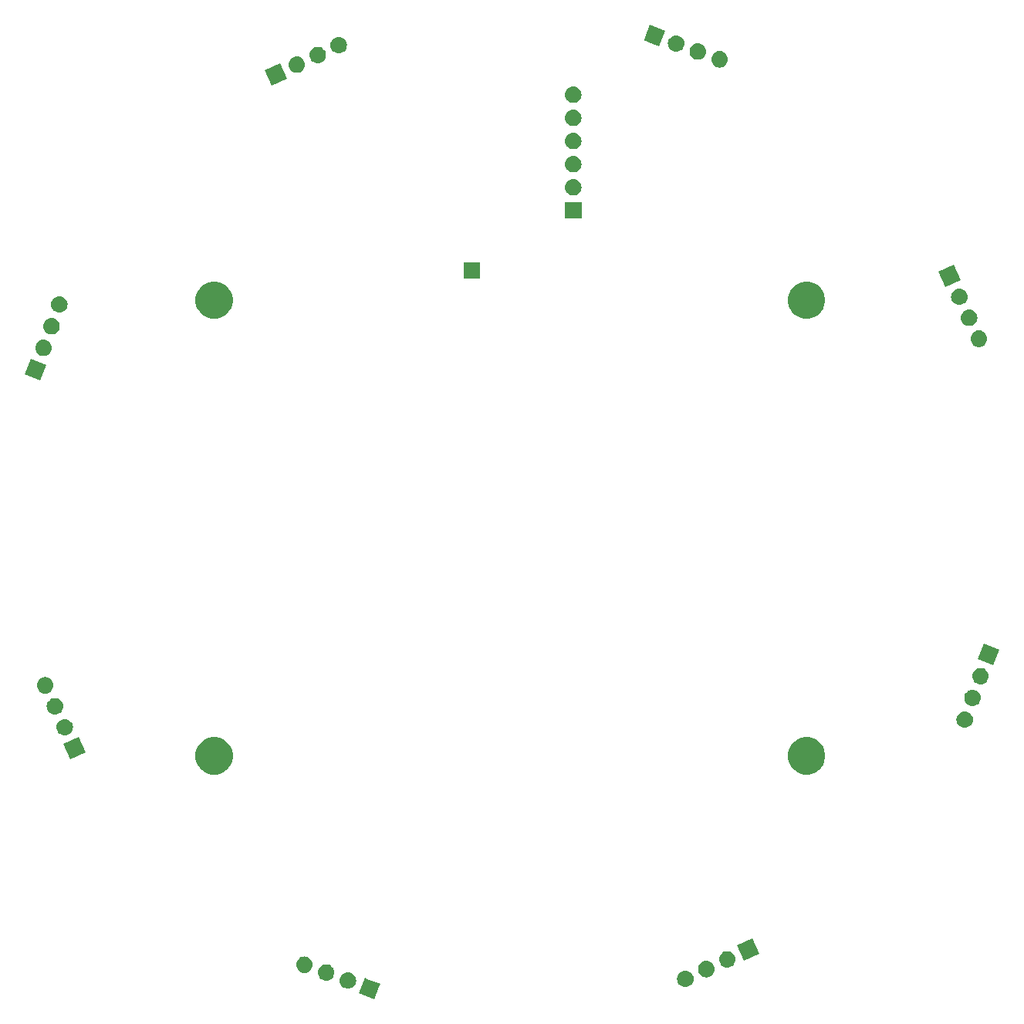
<source format=gbr>
G04 #@! TF.GenerationSoftware,KiCad,Pcbnew,(5.1.2)-2*
G04 #@! TF.CreationDate,2019-09-25T22:48:14-04:00*
G04 #@! TF.ProjectId,LEDWall,4c454457-616c-46c2-9e6b-696361645f70,rev?*
G04 #@! TF.SameCoordinates,Original*
G04 #@! TF.FileFunction,Soldermask,Bot*
G04 #@! TF.FilePolarity,Negative*
%FSLAX46Y46*%
G04 Gerber Fmt 4.6, Leading zero omitted, Abs format (unit mm)*
G04 Created by KiCad (PCBNEW (5.1.2)-2) date 2019-09-25 22:48:14*
%MOMM*%
%LPD*%
G04 APERTURE LIST*
%ADD10C,0.150000*%
G04 APERTURE END LIST*
D10*
G36*
X120995521Y-141396351D02*
G01*
X122384481Y-141901891D01*
X122384481Y-141901892D01*
X122240545Y-142297351D01*
X121768161Y-143595217D01*
X121768160Y-143595217D01*
X121316303Y-143430754D01*
X120074835Y-142978897D01*
X120691155Y-141285571D01*
X120691156Y-141285571D01*
X120995521Y-141396351D01*
X120995521Y-141396351D01*
G37*
G36*
X118953282Y-140677182D02*
G01*
X119019466Y-140683700D01*
X119189305Y-140735220D01*
X119345830Y-140818885D01*
X119381568Y-140848215D01*
X119483025Y-140931477D01*
X119566287Y-141032934D01*
X119595617Y-141068672D01*
X119679282Y-141225197D01*
X119730802Y-141395036D01*
X119748198Y-141571663D01*
X119730802Y-141748290D01*
X119679282Y-141918129D01*
X119595617Y-142074654D01*
X119566287Y-142110392D01*
X119483025Y-142211849D01*
X119394725Y-142284314D01*
X119345830Y-142324441D01*
X119189305Y-142408106D01*
X119019466Y-142459626D01*
X118953281Y-142466145D01*
X118887099Y-142472663D01*
X118798579Y-142472663D01*
X118732397Y-142466145D01*
X118666212Y-142459626D01*
X118496373Y-142408106D01*
X118339848Y-142324441D01*
X118290953Y-142284314D01*
X118202653Y-142211849D01*
X118119391Y-142110392D01*
X118090061Y-142074654D01*
X118006396Y-141918129D01*
X117954876Y-141748290D01*
X117937480Y-141571663D01*
X117954876Y-141395036D01*
X118006396Y-141225197D01*
X118090061Y-141068672D01*
X118119391Y-141032934D01*
X118202653Y-140931477D01*
X118304110Y-140848215D01*
X118339848Y-140818885D01*
X118496373Y-140735220D01*
X118666212Y-140683700D01*
X118732396Y-140677182D01*
X118798579Y-140670663D01*
X118887099Y-140670663D01*
X118953282Y-140677182D01*
X118953282Y-140677182D01*
G37*
G36*
X155969877Y-140501869D02*
G01*
X156036062Y-140508388D01*
X156205901Y-140559908D01*
X156362426Y-140643573D01*
X156393856Y-140669367D01*
X156499621Y-140756165D01*
X156582883Y-140857622D01*
X156612213Y-140893360D01*
X156695878Y-141049885D01*
X156747398Y-141219724D01*
X156764794Y-141396351D01*
X156747398Y-141572978D01*
X156695878Y-141742817D01*
X156612213Y-141899342D01*
X156596793Y-141918131D01*
X156499621Y-142036537D01*
X156398164Y-142119799D01*
X156362426Y-142149129D01*
X156205901Y-142232794D01*
X156036062Y-142284314D01*
X155969877Y-142290833D01*
X155903695Y-142297351D01*
X155815175Y-142297351D01*
X155748993Y-142290833D01*
X155682808Y-142284314D01*
X155512969Y-142232794D01*
X155356444Y-142149129D01*
X155320706Y-142119799D01*
X155219249Y-142036537D01*
X155122077Y-141918131D01*
X155106657Y-141899342D01*
X155022992Y-141742817D01*
X154971472Y-141572978D01*
X154954076Y-141396351D01*
X154971472Y-141219724D01*
X155022992Y-141049885D01*
X155106657Y-140893360D01*
X155135987Y-140857622D01*
X155219249Y-140756165D01*
X155325014Y-140669367D01*
X155356444Y-140643573D01*
X155512969Y-140559908D01*
X155682808Y-140508388D01*
X155748993Y-140501869D01*
X155815175Y-140495351D01*
X155903695Y-140495351D01*
X155969877Y-140501869D01*
X155969877Y-140501869D01*
G37*
G36*
X116566461Y-139808450D02*
G01*
X116632646Y-139814969D01*
X116802485Y-139866489D01*
X116959010Y-139950154D01*
X116991031Y-139976433D01*
X117096205Y-140062746D01*
X117179467Y-140164203D01*
X117208797Y-140199941D01*
X117292462Y-140356466D01*
X117343982Y-140526305D01*
X117361378Y-140702932D01*
X117343982Y-140879559D01*
X117292462Y-141049398D01*
X117208797Y-141205923D01*
X117192979Y-141225197D01*
X117096205Y-141343118D01*
X117032939Y-141395038D01*
X116959010Y-141455710D01*
X116802485Y-141539375D01*
X116632646Y-141590895D01*
X116566462Y-141597413D01*
X116500279Y-141603932D01*
X116411759Y-141603932D01*
X116345576Y-141597413D01*
X116279392Y-141590895D01*
X116109553Y-141539375D01*
X115953028Y-141455710D01*
X115879099Y-141395038D01*
X115815833Y-141343118D01*
X115719059Y-141225197D01*
X115703241Y-141205923D01*
X115619576Y-141049398D01*
X115568056Y-140879559D01*
X115550660Y-140702932D01*
X115568056Y-140526305D01*
X115619576Y-140356466D01*
X115703241Y-140199941D01*
X115732571Y-140164203D01*
X115815833Y-140062746D01*
X115921007Y-139976433D01*
X115953028Y-139950154D01*
X116109553Y-139866489D01*
X116279392Y-139814969D01*
X116345577Y-139808450D01*
X116411759Y-139801932D01*
X116500279Y-139801932D01*
X116566461Y-139808450D01*
X116566461Y-139808450D01*
G37*
G36*
X158271899Y-139428420D02*
G01*
X158338083Y-139434938D01*
X158507922Y-139486458D01*
X158664447Y-139570123D01*
X158695876Y-139595916D01*
X158801642Y-139682715D01*
X158884904Y-139784172D01*
X158914234Y-139819910D01*
X158997899Y-139976435D01*
X159049419Y-140146274D01*
X159066815Y-140322901D01*
X159049419Y-140499528D01*
X158997899Y-140669367D01*
X158914234Y-140825892D01*
X158884904Y-140861630D01*
X158801642Y-140963087D01*
X158700185Y-141046349D01*
X158664447Y-141075679D01*
X158507922Y-141159344D01*
X158338083Y-141210864D01*
X158271899Y-141217382D01*
X158205716Y-141223901D01*
X158117196Y-141223901D01*
X158051013Y-141217382D01*
X157984829Y-141210864D01*
X157814990Y-141159344D01*
X157658465Y-141075679D01*
X157622727Y-141046349D01*
X157521270Y-140963087D01*
X157438008Y-140861630D01*
X157408678Y-140825892D01*
X157325013Y-140669367D01*
X157273493Y-140499528D01*
X157256097Y-140322901D01*
X157273493Y-140146274D01*
X157325013Y-139976435D01*
X157408678Y-139819910D01*
X157438008Y-139784172D01*
X157521270Y-139682715D01*
X157627036Y-139595916D01*
X157658465Y-139570123D01*
X157814990Y-139486458D01*
X157984829Y-139434938D01*
X158051013Y-139428420D01*
X158117196Y-139421901D01*
X158205716Y-139421901D01*
X158271899Y-139428420D01*
X158271899Y-139428420D01*
G37*
G36*
X114179643Y-138939720D02*
G01*
X114245827Y-138946238D01*
X114415666Y-138997758D01*
X114572191Y-139081423D01*
X114607929Y-139110753D01*
X114709386Y-139194015D01*
X114792648Y-139295472D01*
X114821978Y-139331210D01*
X114905643Y-139487735D01*
X114957163Y-139657574D01*
X114974559Y-139834201D01*
X114957163Y-140010828D01*
X114905643Y-140180667D01*
X114821978Y-140337192D01*
X114806160Y-140356466D01*
X114709386Y-140474387D01*
X114646120Y-140526307D01*
X114572191Y-140586979D01*
X114415666Y-140670644D01*
X114245827Y-140722164D01*
X114179642Y-140728683D01*
X114113460Y-140735201D01*
X114024940Y-140735201D01*
X113958758Y-140728683D01*
X113892573Y-140722164D01*
X113722734Y-140670644D01*
X113566209Y-140586979D01*
X113492280Y-140526307D01*
X113429014Y-140474387D01*
X113332240Y-140356466D01*
X113316422Y-140337192D01*
X113232757Y-140180667D01*
X113181237Y-140010828D01*
X113163841Y-139834201D01*
X113181237Y-139657574D01*
X113232757Y-139487735D01*
X113316422Y-139331210D01*
X113345752Y-139295472D01*
X113429014Y-139194015D01*
X113530471Y-139110753D01*
X113566209Y-139081423D01*
X113722734Y-138997758D01*
X113892573Y-138946238D01*
X113958757Y-138939720D01*
X114024940Y-138933201D01*
X114113460Y-138933201D01*
X114179643Y-138939720D01*
X114179643Y-138939720D01*
G37*
G36*
X160573921Y-138354969D02*
G01*
X160640105Y-138361487D01*
X160809944Y-138413007D01*
X160966469Y-138496672D01*
X161002207Y-138526002D01*
X161103664Y-138609264D01*
X161186926Y-138710721D01*
X161216256Y-138746459D01*
X161299921Y-138902984D01*
X161351441Y-139072823D01*
X161368837Y-139249450D01*
X161351441Y-139426077D01*
X161299921Y-139595916D01*
X161216256Y-139752441D01*
X161186926Y-139788179D01*
X161103664Y-139889636D01*
X161002207Y-139972898D01*
X160966469Y-140002228D01*
X160809944Y-140085893D01*
X160640105Y-140137413D01*
X160573920Y-140143932D01*
X160507738Y-140150450D01*
X160419218Y-140150450D01*
X160353036Y-140143932D01*
X160286851Y-140137413D01*
X160117012Y-140085893D01*
X159960487Y-140002228D01*
X159924749Y-139972898D01*
X159823292Y-139889636D01*
X159740030Y-139788179D01*
X159710700Y-139752441D01*
X159627035Y-139595916D01*
X159575515Y-139426077D01*
X159558119Y-139249450D01*
X159575515Y-139072823D01*
X159627035Y-138902984D01*
X159710700Y-138746459D01*
X159740030Y-138710721D01*
X159823292Y-138609264D01*
X159924749Y-138526002D01*
X159960487Y-138496672D01*
X160117012Y-138413007D01*
X160286851Y-138361487D01*
X160353035Y-138354969D01*
X160419218Y-138348450D01*
X160507738Y-138348450D01*
X160573921Y-138354969D01*
X160573921Y-138354969D01*
G37*
G36*
X163962862Y-138611804D02*
G01*
X162329696Y-139373362D01*
X161568138Y-137740196D01*
X163201304Y-136978638D01*
X163962862Y-138611804D01*
X163962862Y-138611804D01*
G37*
G36*
X169762254Y-114956818D02*
G01*
X170135511Y-115111426D01*
X170135513Y-115111427D01*
X170471436Y-115335884D01*
X170757116Y-115621564D01*
X170981574Y-115957489D01*
X171136182Y-116330746D01*
X171215000Y-116726993D01*
X171215000Y-117131007D01*
X171136182Y-117527254D01*
X170981574Y-117900511D01*
X170981573Y-117900513D01*
X170757116Y-118236436D01*
X170471436Y-118522116D01*
X170135513Y-118746573D01*
X170135512Y-118746574D01*
X170135511Y-118746574D01*
X169762254Y-118901182D01*
X169366007Y-118980000D01*
X168961993Y-118980000D01*
X168565746Y-118901182D01*
X168192489Y-118746574D01*
X168192488Y-118746574D01*
X168192487Y-118746573D01*
X167856564Y-118522116D01*
X167570884Y-118236436D01*
X167346427Y-117900513D01*
X167346426Y-117900511D01*
X167191818Y-117527254D01*
X167113000Y-117131007D01*
X167113000Y-116726993D01*
X167191818Y-116330746D01*
X167346426Y-115957489D01*
X167570884Y-115621564D01*
X167856564Y-115335884D01*
X168192487Y-115111427D01*
X168192489Y-115111426D01*
X168565746Y-114956818D01*
X168961993Y-114878000D01*
X169366007Y-114878000D01*
X169762254Y-114956818D01*
X169762254Y-114956818D01*
G37*
G36*
X104762254Y-114956818D02*
G01*
X105135511Y-115111426D01*
X105135513Y-115111427D01*
X105471436Y-115335884D01*
X105757116Y-115621564D01*
X105981574Y-115957489D01*
X106136182Y-116330746D01*
X106215000Y-116726993D01*
X106215000Y-117131007D01*
X106136182Y-117527254D01*
X105981574Y-117900511D01*
X105981573Y-117900513D01*
X105757116Y-118236436D01*
X105471436Y-118522116D01*
X105135513Y-118746573D01*
X105135512Y-118746574D01*
X105135511Y-118746574D01*
X104762254Y-118901182D01*
X104366007Y-118980000D01*
X103961993Y-118980000D01*
X103565746Y-118901182D01*
X103192489Y-118746574D01*
X103192488Y-118746574D01*
X103192487Y-118746573D01*
X102856564Y-118522116D01*
X102570884Y-118236436D01*
X102346427Y-117900513D01*
X102346426Y-117900511D01*
X102191818Y-117527254D01*
X102113000Y-117131007D01*
X102113000Y-116726993D01*
X102191818Y-116330746D01*
X102346426Y-115957489D01*
X102570884Y-115621564D01*
X102856564Y-115335884D01*
X103192487Y-115111427D01*
X103192489Y-115111426D01*
X103565746Y-114956818D01*
X103961993Y-114878000D01*
X104366007Y-114878000D01*
X104762254Y-114956818D01*
X104762254Y-114956818D01*
G37*
G36*
X90041362Y-116521304D02*
G01*
X88408196Y-117282862D01*
X87646638Y-115649696D01*
X89279804Y-114888138D01*
X90041362Y-116521304D01*
X90041362Y-116521304D01*
G37*
G36*
X87880993Y-112888997D02*
G01*
X87947177Y-112895515D01*
X88117016Y-112947035D01*
X88273541Y-113030700D01*
X88309279Y-113060030D01*
X88410736Y-113143292D01*
X88493998Y-113244749D01*
X88523328Y-113280487D01*
X88606993Y-113437012D01*
X88658513Y-113606851D01*
X88675909Y-113783478D01*
X88658513Y-113960105D01*
X88606993Y-114129944D01*
X88523328Y-114286469D01*
X88493998Y-114322207D01*
X88410736Y-114423664D01*
X88309279Y-114506926D01*
X88273541Y-114536256D01*
X88117016Y-114619921D01*
X87947177Y-114671441D01*
X87880993Y-114677959D01*
X87814810Y-114684478D01*
X87726290Y-114684478D01*
X87660107Y-114677959D01*
X87593923Y-114671441D01*
X87424084Y-114619921D01*
X87267559Y-114536256D01*
X87231821Y-114506926D01*
X87130364Y-114423664D01*
X87047102Y-114322207D01*
X87017772Y-114286469D01*
X86934107Y-114129944D01*
X86882587Y-113960105D01*
X86865191Y-113783478D01*
X86882587Y-113606851D01*
X86934107Y-113437012D01*
X87017772Y-113280487D01*
X87047102Y-113244749D01*
X87130364Y-113143292D01*
X87231821Y-113060030D01*
X87267559Y-113030700D01*
X87424084Y-112947035D01*
X87593923Y-112895515D01*
X87660107Y-112888997D01*
X87726290Y-112882478D01*
X87814810Y-112882478D01*
X87880993Y-112888997D01*
X87880993Y-112888997D01*
G37*
G36*
X186624643Y-112056318D02*
G01*
X186690828Y-112062837D01*
X186860667Y-112114357D01*
X187017192Y-112198022D01*
X187052930Y-112227352D01*
X187154387Y-112310614D01*
X187202646Y-112369419D01*
X187266979Y-112447809D01*
X187350644Y-112604334D01*
X187402164Y-112774173D01*
X187419560Y-112950800D01*
X187402164Y-113127427D01*
X187350644Y-113297266D01*
X187266979Y-113453791D01*
X187237649Y-113489529D01*
X187154387Y-113590986D01*
X187052930Y-113674248D01*
X187017192Y-113703578D01*
X186860667Y-113787243D01*
X186690828Y-113838763D01*
X186624643Y-113845282D01*
X186558461Y-113851800D01*
X186469941Y-113851800D01*
X186403759Y-113845282D01*
X186337574Y-113838763D01*
X186167735Y-113787243D01*
X186011210Y-113703578D01*
X185975472Y-113674248D01*
X185874015Y-113590986D01*
X185790753Y-113489529D01*
X185761423Y-113453791D01*
X185677758Y-113297266D01*
X185626238Y-113127427D01*
X185608842Y-112950800D01*
X185626238Y-112774173D01*
X185677758Y-112604334D01*
X185761423Y-112447809D01*
X185825756Y-112369419D01*
X185874015Y-112310614D01*
X185975472Y-112227352D01*
X186011210Y-112198022D01*
X186167735Y-112114357D01*
X186337574Y-112062837D01*
X186403759Y-112056318D01*
X186469941Y-112049800D01*
X186558461Y-112049800D01*
X186624643Y-112056318D01*
X186624643Y-112056318D01*
G37*
G36*
X86807541Y-110586974D02*
G01*
X86873726Y-110593493D01*
X87043565Y-110645013D01*
X87200090Y-110728678D01*
X87235828Y-110758008D01*
X87337285Y-110841270D01*
X87420547Y-110942727D01*
X87449877Y-110978465D01*
X87533542Y-111134990D01*
X87585062Y-111304829D01*
X87602458Y-111481456D01*
X87585062Y-111658083D01*
X87533542Y-111827922D01*
X87449877Y-111984447D01*
X87420547Y-112020185D01*
X87337285Y-112121642D01*
X87244214Y-112198022D01*
X87200090Y-112234234D01*
X87043565Y-112317899D01*
X86873726Y-112369419D01*
X86807541Y-112375938D01*
X86741359Y-112382456D01*
X86652839Y-112382456D01*
X86586657Y-112375938D01*
X86520472Y-112369419D01*
X86350633Y-112317899D01*
X86194108Y-112234234D01*
X86149984Y-112198022D01*
X86056913Y-112121642D01*
X85973651Y-112020185D01*
X85944321Y-111984447D01*
X85860656Y-111827922D01*
X85809136Y-111658083D01*
X85791740Y-111481456D01*
X85809136Y-111304829D01*
X85860656Y-111134990D01*
X85944321Y-110978465D01*
X85973651Y-110942727D01*
X86056913Y-110841270D01*
X86158370Y-110758008D01*
X86194108Y-110728678D01*
X86350633Y-110645013D01*
X86520472Y-110593493D01*
X86586657Y-110586974D01*
X86652839Y-110580456D01*
X86741359Y-110580456D01*
X86807541Y-110586974D01*
X86807541Y-110586974D01*
G37*
G36*
X187493374Y-109669499D02*
G01*
X187559559Y-109676018D01*
X187729398Y-109727538D01*
X187885923Y-109811203D01*
X187896179Y-109819620D01*
X188023118Y-109923795D01*
X188098687Y-110015878D01*
X188135710Y-110060990D01*
X188219375Y-110217515D01*
X188270895Y-110387354D01*
X188288291Y-110563981D01*
X188270895Y-110740608D01*
X188219375Y-110910447D01*
X188135710Y-111066972D01*
X188106380Y-111102710D01*
X188023118Y-111204167D01*
X187921661Y-111287429D01*
X187885923Y-111316759D01*
X187729398Y-111400424D01*
X187559559Y-111451944D01*
X187493375Y-111458462D01*
X187427192Y-111464981D01*
X187338672Y-111464981D01*
X187272489Y-111458462D01*
X187206305Y-111451944D01*
X187036466Y-111400424D01*
X186879941Y-111316759D01*
X186844203Y-111287429D01*
X186742746Y-111204167D01*
X186659484Y-111102710D01*
X186630154Y-111066972D01*
X186546489Y-110910447D01*
X186494969Y-110740608D01*
X186477573Y-110563981D01*
X186494969Y-110387354D01*
X186546489Y-110217515D01*
X186630154Y-110060990D01*
X186667177Y-110015878D01*
X186742746Y-109923795D01*
X186869685Y-109819620D01*
X186879941Y-109811203D01*
X187036466Y-109727538D01*
X187206305Y-109676018D01*
X187272490Y-109669499D01*
X187338672Y-109662981D01*
X187427192Y-109662981D01*
X187493374Y-109669499D01*
X187493374Y-109669499D01*
G37*
G36*
X85734091Y-108284953D02*
G01*
X85800276Y-108291472D01*
X85970115Y-108342992D01*
X86126640Y-108426657D01*
X86162378Y-108455987D01*
X86263835Y-108539249D01*
X86347097Y-108640706D01*
X86376427Y-108676444D01*
X86460092Y-108832969D01*
X86511612Y-109002808D01*
X86529008Y-109179435D01*
X86511612Y-109356062D01*
X86460092Y-109525901D01*
X86376427Y-109682426D01*
X86347097Y-109718164D01*
X86263835Y-109819621D01*
X86162378Y-109902883D01*
X86126640Y-109932213D01*
X85970115Y-110015878D01*
X85800276Y-110067398D01*
X85734091Y-110073917D01*
X85667909Y-110080435D01*
X85579389Y-110080435D01*
X85513207Y-110073917D01*
X85447022Y-110067398D01*
X85277183Y-110015878D01*
X85120658Y-109932213D01*
X85084920Y-109902883D01*
X84983463Y-109819621D01*
X84900201Y-109718164D01*
X84870871Y-109682426D01*
X84787206Y-109525901D01*
X84735686Y-109356062D01*
X84718290Y-109179435D01*
X84735686Y-109002808D01*
X84787206Y-108832969D01*
X84870871Y-108676444D01*
X84900201Y-108640706D01*
X84983463Y-108539249D01*
X85084920Y-108455987D01*
X85120658Y-108426657D01*
X85277183Y-108342992D01*
X85447022Y-108291472D01*
X85513207Y-108284953D01*
X85579389Y-108278435D01*
X85667909Y-108278435D01*
X85734091Y-108284953D01*
X85734091Y-108284953D01*
G37*
G36*
X188362106Y-107282680D02*
G01*
X188428290Y-107289198D01*
X188598129Y-107340718D01*
X188754654Y-107424383D01*
X188790392Y-107453713D01*
X188891849Y-107536975D01*
X188975111Y-107638432D01*
X189004441Y-107674170D01*
X189088106Y-107830695D01*
X189139626Y-108000534D01*
X189157022Y-108177161D01*
X189139626Y-108353788D01*
X189088106Y-108523627D01*
X189004441Y-108680152D01*
X188975111Y-108715890D01*
X188891849Y-108817347D01*
X188790392Y-108900609D01*
X188754654Y-108929939D01*
X188598129Y-109013604D01*
X188428290Y-109065124D01*
X188362105Y-109071643D01*
X188295923Y-109078161D01*
X188207403Y-109078161D01*
X188141221Y-109071643D01*
X188075036Y-109065124D01*
X187905197Y-109013604D01*
X187748672Y-108929939D01*
X187712934Y-108900609D01*
X187611477Y-108817347D01*
X187528215Y-108715890D01*
X187498885Y-108680152D01*
X187415220Y-108523627D01*
X187363700Y-108353788D01*
X187346304Y-108177161D01*
X187363700Y-108000534D01*
X187415220Y-107830695D01*
X187498885Y-107674170D01*
X187528215Y-107638432D01*
X187611477Y-107536975D01*
X187712934Y-107453713D01*
X187748672Y-107424383D01*
X187905197Y-107340718D01*
X188075036Y-107289198D01*
X188141220Y-107282680D01*
X188207403Y-107276161D01*
X188295923Y-107276161D01*
X188362106Y-107282680D01*
X188362106Y-107282680D01*
G37*
G36*
X189033749Y-104799982D02*
G01*
X190275217Y-105251839D01*
X189658897Y-106945165D01*
X189658896Y-106945165D01*
X189207039Y-106780702D01*
X187965571Y-106328845D01*
X188581891Y-104635519D01*
X188581892Y-104635519D01*
X189033749Y-104799982D01*
X189033749Y-104799982D01*
G37*
G36*
X84492961Y-73559298D02*
G01*
X85734429Y-74011155D01*
X85118109Y-75704481D01*
X85118108Y-75704481D01*
X84666251Y-75540018D01*
X83424783Y-75088161D01*
X84041103Y-73394835D01*
X84041104Y-73394835D01*
X84492961Y-73559298D01*
X84492961Y-73559298D01*
G37*
G36*
X85558779Y-71268357D02*
G01*
X85624964Y-71274876D01*
X85794803Y-71326396D01*
X85951328Y-71410061D01*
X85987066Y-71439391D01*
X86088523Y-71522653D01*
X86171785Y-71624110D01*
X86201115Y-71659848D01*
X86284780Y-71816373D01*
X86336300Y-71986212D01*
X86353696Y-72162839D01*
X86336300Y-72339466D01*
X86284780Y-72509305D01*
X86201115Y-72665830D01*
X86171785Y-72701568D01*
X86088523Y-72803025D01*
X85987066Y-72886287D01*
X85951328Y-72915617D01*
X85794803Y-72999282D01*
X85624964Y-73050802D01*
X85558779Y-73057321D01*
X85492597Y-73063839D01*
X85404077Y-73063839D01*
X85337895Y-73057321D01*
X85271710Y-73050802D01*
X85101871Y-72999282D01*
X84945346Y-72915617D01*
X84909608Y-72886287D01*
X84808151Y-72803025D01*
X84724889Y-72701568D01*
X84695559Y-72665830D01*
X84611894Y-72509305D01*
X84560374Y-72339466D01*
X84542978Y-72162839D01*
X84560374Y-71986212D01*
X84611894Y-71816373D01*
X84695559Y-71659848D01*
X84724889Y-71624110D01*
X84808151Y-71522653D01*
X84909608Y-71439391D01*
X84945346Y-71410061D01*
X85101871Y-71326396D01*
X85271710Y-71274876D01*
X85337895Y-71268357D01*
X85404077Y-71261839D01*
X85492597Y-71261839D01*
X85558779Y-71268357D01*
X85558779Y-71268357D01*
G37*
G36*
X188186794Y-70266084D02*
G01*
X188252978Y-70272602D01*
X188422817Y-70324122D01*
X188579342Y-70407787D01*
X188589598Y-70416204D01*
X188716537Y-70520379D01*
X188792106Y-70612462D01*
X188829129Y-70657574D01*
X188912794Y-70814099D01*
X188964314Y-70983938D01*
X188981710Y-71160565D01*
X188964314Y-71337192D01*
X188912794Y-71507031D01*
X188829129Y-71663556D01*
X188799799Y-71699294D01*
X188716537Y-71800751D01*
X188615080Y-71884013D01*
X188579342Y-71913343D01*
X188422817Y-71997008D01*
X188252978Y-72048528D01*
X188186793Y-72055047D01*
X188120611Y-72061565D01*
X188032091Y-72061565D01*
X187965909Y-72055047D01*
X187899724Y-72048528D01*
X187729885Y-71997008D01*
X187573360Y-71913343D01*
X187537622Y-71884013D01*
X187436165Y-71800751D01*
X187352903Y-71699294D01*
X187323573Y-71663556D01*
X187239908Y-71507031D01*
X187188388Y-71337192D01*
X187170992Y-71160565D01*
X187188388Y-70983938D01*
X187239908Y-70814099D01*
X187323573Y-70657574D01*
X187360596Y-70612462D01*
X187436165Y-70520379D01*
X187563104Y-70416204D01*
X187573360Y-70407787D01*
X187729885Y-70324122D01*
X187899724Y-70272602D01*
X187965908Y-70266084D01*
X188032091Y-70259565D01*
X188120611Y-70259565D01*
X188186794Y-70266084D01*
X188186794Y-70266084D01*
G37*
G36*
X86427510Y-68881537D02*
G01*
X86493695Y-68888056D01*
X86663534Y-68939576D01*
X86820059Y-69023241D01*
X86855797Y-69052571D01*
X86957254Y-69135833D01*
X87040516Y-69237290D01*
X87069846Y-69273028D01*
X87153511Y-69429553D01*
X87205031Y-69599392D01*
X87222427Y-69776019D01*
X87205031Y-69952646D01*
X87153511Y-70122485D01*
X87069846Y-70279010D01*
X87040516Y-70314748D01*
X86957254Y-70416205D01*
X86855797Y-70499467D01*
X86820059Y-70528797D01*
X86663534Y-70612462D01*
X86493695Y-70663982D01*
X86427511Y-70670500D01*
X86361328Y-70677019D01*
X86272808Y-70677019D01*
X86206625Y-70670500D01*
X86140441Y-70663982D01*
X85970602Y-70612462D01*
X85814077Y-70528797D01*
X85778339Y-70499467D01*
X85676882Y-70416205D01*
X85593620Y-70314748D01*
X85564290Y-70279010D01*
X85480625Y-70122485D01*
X85429105Y-69952646D01*
X85411709Y-69776019D01*
X85429105Y-69599392D01*
X85480625Y-69429553D01*
X85564290Y-69273028D01*
X85593620Y-69237290D01*
X85676882Y-69135833D01*
X85778339Y-69052571D01*
X85814077Y-69023241D01*
X85970602Y-68939576D01*
X86140441Y-68888056D01*
X86206626Y-68881537D01*
X86272808Y-68875019D01*
X86361328Y-68875019D01*
X86427510Y-68881537D01*
X86427510Y-68881537D01*
G37*
G36*
X187113344Y-67964063D02*
G01*
X187179528Y-67970581D01*
X187349367Y-68022101D01*
X187505892Y-68105766D01*
X187541630Y-68135096D01*
X187643087Y-68218358D01*
X187691346Y-68277163D01*
X187755679Y-68355553D01*
X187839344Y-68512078D01*
X187890864Y-68681917D01*
X187908260Y-68858544D01*
X187890864Y-69035171D01*
X187839344Y-69205010D01*
X187755679Y-69361535D01*
X187726349Y-69397273D01*
X187643087Y-69498730D01*
X187541630Y-69581992D01*
X187505892Y-69611322D01*
X187349367Y-69694987D01*
X187179528Y-69746507D01*
X187113344Y-69753025D01*
X187047161Y-69759544D01*
X186958641Y-69759544D01*
X186892458Y-69753025D01*
X186826274Y-69746507D01*
X186656435Y-69694987D01*
X186499910Y-69611322D01*
X186464172Y-69581992D01*
X186362715Y-69498730D01*
X186279453Y-69397273D01*
X186250123Y-69361535D01*
X186166458Y-69205010D01*
X186114938Y-69035171D01*
X186097542Y-68858544D01*
X186114938Y-68681917D01*
X186166458Y-68512078D01*
X186250123Y-68355553D01*
X186314456Y-68277163D01*
X186362715Y-68218358D01*
X186464172Y-68135096D01*
X186499910Y-68105766D01*
X186656435Y-68022101D01*
X186826274Y-67970581D01*
X186892458Y-67964063D01*
X186958641Y-67957544D01*
X187047161Y-67957544D01*
X187113344Y-67964063D01*
X187113344Y-67964063D01*
G37*
G36*
X169762254Y-64956818D02*
G01*
X170135511Y-65111426D01*
X170135513Y-65111427D01*
X170471436Y-65335884D01*
X170757116Y-65621564D01*
X170954077Y-65916336D01*
X170981574Y-65957489D01*
X171136182Y-66330746D01*
X171215000Y-66726993D01*
X171215000Y-67131007D01*
X171136182Y-67527254D01*
X171049855Y-67735666D01*
X170981573Y-67900513D01*
X170757116Y-68236436D01*
X170471436Y-68522116D01*
X170135513Y-68746573D01*
X170135512Y-68746574D01*
X170135511Y-68746574D01*
X169762254Y-68901182D01*
X169366007Y-68980000D01*
X168961993Y-68980000D01*
X168565746Y-68901182D01*
X168192489Y-68746574D01*
X168192488Y-68746574D01*
X168192487Y-68746573D01*
X167856564Y-68522116D01*
X167570884Y-68236436D01*
X167346427Y-67900513D01*
X167278145Y-67735666D01*
X167191818Y-67527254D01*
X167113000Y-67131007D01*
X167113000Y-66726993D01*
X167191818Y-66330746D01*
X167346426Y-65957489D01*
X167373924Y-65916336D01*
X167570884Y-65621564D01*
X167856564Y-65335884D01*
X168192487Y-65111427D01*
X168192489Y-65111426D01*
X168565746Y-64956818D01*
X168961993Y-64878000D01*
X169366007Y-64878000D01*
X169762254Y-64956818D01*
X169762254Y-64956818D01*
G37*
G36*
X104762254Y-64956818D02*
G01*
X105135511Y-65111426D01*
X105135513Y-65111427D01*
X105471436Y-65335884D01*
X105757116Y-65621564D01*
X105954077Y-65916336D01*
X105981574Y-65957489D01*
X106136182Y-66330746D01*
X106215000Y-66726993D01*
X106215000Y-67131007D01*
X106136182Y-67527254D01*
X106049855Y-67735666D01*
X105981573Y-67900513D01*
X105757116Y-68236436D01*
X105471436Y-68522116D01*
X105135513Y-68746573D01*
X105135512Y-68746574D01*
X105135511Y-68746574D01*
X104762254Y-68901182D01*
X104366007Y-68980000D01*
X103961993Y-68980000D01*
X103565746Y-68901182D01*
X103192489Y-68746574D01*
X103192488Y-68746574D01*
X103192487Y-68746573D01*
X102856564Y-68522116D01*
X102570884Y-68236436D01*
X102346427Y-67900513D01*
X102278145Y-67735666D01*
X102191818Y-67527254D01*
X102113000Y-67131007D01*
X102113000Y-66726993D01*
X102191818Y-66330746D01*
X102346426Y-65957489D01*
X102373924Y-65916336D01*
X102570884Y-65621564D01*
X102856564Y-65335884D01*
X103192487Y-65111427D01*
X103192489Y-65111426D01*
X103565746Y-64956818D01*
X103961993Y-64878000D01*
X104366007Y-64878000D01*
X104762254Y-64956818D01*
X104762254Y-64956818D01*
G37*
G36*
X87296242Y-66494719D02*
G01*
X87362426Y-66501237D01*
X87532265Y-66552757D01*
X87688790Y-66636422D01*
X87724528Y-66665752D01*
X87825985Y-66749014D01*
X87909247Y-66850471D01*
X87938577Y-66886209D01*
X88022242Y-67042734D01*
X88073762Y-67212573D01*
X88091158Y-67389200D01*
X88073762Y-67565827D01*
X88022242Y-67735666D01*
X87938577Y-67892191D01*
X87931747Y-67900513D01*
X87825985Y-68029386D01*
X87732914Y-68105766D01*
X87688790Y-68141978D01*
X87532265Y-68225643D01*
X87362426Y-68277163D01*
X87296241Y-68283682D01*
X87230059Y-68290200D01*
X87141539Y-68290200D01*
X87075357Y-68283682D01*
X87009172Y-68277163D01*
X86839333Y-68225643D01*
X86682808Y-68141978D01*
X86638684Y-68105766D01*
X86545613Y-68029386D01*
X86439851Y-67900513D01*
X86433021Y-67892191D01*
X86349356Y-67735666D01*
X86297836Y-67565827D01*
X86280440Y-67389200D01*
X86297836Y-67212573D01*
X86349356Y-67042734D01*
X86433021Y-66886209D01*
X86462351Y-66850471D01*
X86545613Y-66749014D01*
X86647070Y-66665752D01*
X86682808Y-66636422D01*
X86839333Y-66552757D01*
X87009172Y-66501237D01*
X87075356Y-66494719D01*
X87141539Y-66488200D01*
X87230059Y-66488200D01*
X87296242Y-66494719D01*
X87296242Y-66494719D01*
G37*
G36*
X186039892Y-65662040D02*
G01*
X186106077Y-65668559D01*
X186275916Y-65720079D01*
X186432441Y-65803744D01*
X186468179Y-65833074D01*
X186569636Y-65916336D01*
X186652898Y-66017793D01*
X186682228Y-66053531D01*
X186765893Y-66210056D01*
X186817413Y-66379895D01*
X186834809Y-66556522D01*
X186817413Y-66733149D01*
X186765893Y-66902988D01*
X186682228Y-67059513D01*
X186652898Y-67095251D01*
X186569636Y-67196708D01*
X186468179Y-67279970D01*
X186432441Y-67309300D01*
X186275916Y-67392965D01*
X186106077Y-67444485D01*
X186039893Y-67451003D01*
X185973710Y-67457522D01*
X185885190Y-67457522D01*
X185819007Y-67451003D01*
X185752823Y-67444485D01*
X185582984Y-67392965D01*
X185426459Y-67309300D01*
X185390721Y-67279970D01*
X185289264Y-67196708D01*
X185206002Y-67095251D01*
X185176672Y-67059513D01*
X185093007Y-66902988D01*
X185041487Y-66733149D01*
X185024091Y-66556522D01*
X185041487Y-66379895D01*
X185093007Y-66210056D01*
X185176672Y-66053531D01*
X185206002Y-66017793D01*
X185289264Y-65916336D01*
X185390721Y-65833074D01*
X185426459Y-65803744D01*
X185582984Y-65720079D01*
X185752823Y-65668559D01*
X185819008Y-65662040D01*
X185885190Y-65655522D01*
X185973710Y-65655522D01*
X186039892Y-65662040D01*
X186039892Y-65662040D01*
G37*
G36*
X186053362Y-64690304D02*
G01*
X184420196Y-65451862D01*
X183658638Y-63818696D01*
X185291804Y-63057138D01*
X186053362Y-64690304D01*
X186053362Y-64690304D01*
G37*
G36*
X133362000Y-64591500D02*
G01*
X131560000Y-64591500D01*
X131560000Y-62789500D01*
X133362000Y-62789500D01*
X133362000Y-64591500D01*
X133362000Y-64591500D01*
G37*
G36*
X144474500Y-57987500D02*
G01*
X142672500Y-57987500D01*
X142672500Y-56185500D01*
X144474500Y-56185500D01*
X144474500Y-57987500D01*
X144474500Y-57987500D01*
G37*
G36*
X143683942Y-53652018D02*
G01*
X143750127Y-53658537D01*
X143919966Y-53710057D01*
X144076491Y-53793722D01*
X144112229Y-53823052D01*
X144213686Y-53906314D01*
X144296948Y-54007771D01*
X144326278Y-54043509D01*
X144409943Y-54200034D01*
X144461463Y-54369873D01*
X144478859Y-54546500D01*
X144461463Y-54723127D01*
X144409943Y-54892966D01*
X144326278Y-55049491D01*
X144296948Y-55085229D01*
X144213686Y-55186686D01*
X144112229Y-55269948D01*
X144076491Y-55299278D01*
X143919966Y-55382943D01*
X143750127Y-55434463D01*
X143683943Y-55440981D01*
X143617760Y-55447500D01*
X143529240Y-55447500D01*
X143463057Y-55440981D01*
X143396873Y-55434463D01*
X143227034Y-55382943D01*
X143070509Y-55299278D01*
X143034771Y-55269948D01*
X142933314Y-55186686D01*
X142850052Y-55085229D01*
X142820722Y-55049491D01*
X142737057Y-54892966D01*
X142685537Y-54723127D01*
X142668141Y-54546500D01*
X142685537Y-54369873D01*
X142737057Y-54200034D01*
X142820722Y-54043509D01*
X142850052Y-54007771D01*
X142933314Y-53906314D01*
X143034771Y-53823052D01*
X143070509Y-53793722D01*
X143227034Y-53710057D01*
X143396873Y-53658537D01*
X143463058Y-53652018D01*
X143529240Y-53645500D01*
X143617760Y-53645500D01*
X143683942Y-53652018D01*
X143683942Y-53652018D01*
G37*
G36*
X143683942Y-51112018D02*
G01*
X143750127Y-51118537D01*
X143919966Y-51170057D01*
X144076491Y-51253722D01*
X144112229Y-51283052D01*
X144213686Y-51366314D01*
X144296948Y-51467771D01*
X144326278Y-51503509D01*
X144409943Y-51660034D01*
X144461463Y-51829873D01*
X144478859Y-52006500D01*
X144461463Y-52183127D01*
X144409943Y-52352966D01*
X144326278Y-52509491D01*
X144296948Y-52545229D01*
X144213686Y-52646686D01*
X144112229Y-52729948D01*
X144076491Y-52759278D01*
X143919966Y-52842943D01*
X143750127Y-52894463D01*
X143683943Y-52900981D01*
X143617760Y-52907500D01*
X143529240Y-52907500D01*
X143463057Y-52900981D01*
X143396873Y-52894463D01*
X143227034Y-52842943D01*
X143070509Y-52759278D01*
X143034771Y-52729948D01*
X142933314Y-52646686D01*
X142850052Y-52545229D01*
X142820722Y-52509491D01*
X142737057Y-52352966D01*
X142685537Y-52183127D01*
X142668141Y-52006500D01*
X142685537Y-51829873D01*
X142737057Y-51660034D01*
X142820722Y-51503509D01*
X142850052Y-51467771D01*
X142933314Y-51366314D01*
X143034771Y-51283052D01*
X143070509Y-51253722D01*
X143227034Y-51170057D01*
X143396873Y-51118537D01*
X143463058Y-51112018D01*
X143529240Y-51105500D01*
X143617760Y-51105500D01*
X143683942Y-51112018D01*
X143683942Y-51112018D01*
G37*
G36*
X143683942Y-48572018D02*
G01*
X143750127Y-48578537D01*
X143919966Y-48630057D01*
X144076491Y-48713722D01*
X144112229Y-48743052D01*
X144213686Y-48826314D01*
X144296948Y-48927771D01*
X144326278Y-48963509D01*
X144409943Y-49120034D01*
X144461463Y-49289873D01*
X144478859Y-49466500D01*
X144461463Y-49643127D01*
X144409943Y-49812966D01*
X144326278Y-49969491D01*
X144296948Y-50005229D01*
X144213686Y-50106686D01*
X144112229Y-50189948D01*
X144076491Y-50219278D01*
X143919966Y-50302943D01*
X143750127Y-50354463D01*
X143683943Y-50360981D01*
X143617760Y-50367500D01*
X143529240Y-50367500D01*
X143463057Y-50360981D01*
X143396873Y-50354463D01*
X143227034Y-50302943D01*
X143070509Y-50219278D01*
X143034771Y-50189948D01*
X142933314Y-50106686D01*
X142850052Y-50005229D01*
X142820722Y-49969491D01*
X142737057Y-49812966D01*
X142685537Y-49643127D01*
X142668141Y-49466500D01*
X142685537Y-49289873D01*
X142737057Y-49120034D01*
X142820722Y-48963509D01*
X142850052Y-48927771D01*
X142933314Y-48826314D01*
X143034771Y-48743052D01*
X143070509Y-48713722D01*
X143227034Y-48630057D01*
X143396873Y-48578537D01*
X143463057Y-48572019D01*
X143529240Y-48565500D01*
X143617760Y-48565500D01*
X143683942Y-48572018D01*
X143683942Y-48572018D01*
G37*
G36*
X143683943Y-46032019D02*
G01*
X143750127Y-46038537D01*
X143919966Y-46090057D01*
X144076491Y-46173722D01*
X144112229Y-46203052D01*
X144213686Y-46286314D01*
X144296948Y-46387771D01*
X144326278Y-46423509D01*
X144409943Y-46580034D01*
X144461463Y-46749873D01*
X144478859Y-46926500D01*
X144461463Y-47103127D01*
X144409943Y-47272966D01*
X144326278Y-47429491D01*
X144296948Y-47465229D01*
X144213686Y-47566686D01*
X144112229Y-47649948D01*
X144076491Y-47679278D01*
X143919966Y-47762943D01*
X143750127Y-47814463D01*
X143683942Y-47820982D01*
X143617760Y-47827500D01*
X143529240Y-47827500D01*
X143463058Y-47820982D01*
X143396873Y-47814463D01*
X143227034Y-47762943D01*
X143070509Y-47679278D01*
X143034771Y-47649948D01*
X142933314Y-47566686D01*
X142850052Y-47465229D01*
X142820722Y-47429491D01*
X142737057Y-47272966D01*
X142685537Y-47103127D01*
X142668141Y-46926500D01*
X142685537Y-46749873D01*
X142737057Y-46580034D01*
X142820722Y-46423509D01*
X142850052Y-46387771D01*
X142933314Y-46286314D01*
X143034771Y-46203052D01*
X143070509Y-46173722D01*
X143227034Y-46090057D01*
X143396873Y-46038537D01*
X143463057Y-46032019D01*
X143529240Y-46025500D01*
X143617760Y-46025500D01*
X143683943Y-46032019D01*
X143683943Y-46032019D01*
G37*
G36*
X143683943Y-43492019D02*
G01*
X143750127Y-43498537D01*
X143919966Y-43550057D01*
X144076491Y-43633722D01*
X144112229Y-43663052D01*
X144213686Y-43746314D01*
X144296948Y-43847771D01*
X144326278Y-43883509D01*
X144409943Y-44040034D01*
X144461463Y-44209873D01*
X144478859Y-44386500D01*
X144461463Y-44563127D01*
X144409943Y-44732966D01*
X144326278Y-44889491D01*
X144296948Y-44925229D01*
X144213686Y-45026686D01*
X144112229Y-45109948D01*
X144076491Y-45139278D01*
X143919966Y-45222943D01*
X143750127Y-45274463D01*
X143683943Y-45280981D01*
X143617760Y-45287500D01*
X143529240Y-45287500D01*
X143463057Y-45280981D01*
X143396873Y-45274463D01*
X143227034Y-45222943D01*
X143070509Y-45139278D01*
X143034771Y-45109948D01*
X142933314Y-45026686D01*
X142850052Y-44925229D01*
X142820722Y-44889491D01*
X142737057Y-44732966D01*
X142685537Y-44563127D01*
X142668141Y-44386500D01*
X142685537Y-44209873D01*
X142737057Y-44040034D01*
X142820722Y-43883509D01*
X142850052Y-43847771D01*
X142933314Y-43746314D01*
X143034771Y-43663052D01*
X143070509Y-43633722D01*
X143227034Y-43550057D01*
X143396873Y-43498537D01*
X143463057Y-43492019D01*
X143529240Y-43485500D01*
X143617760Y-43485500D01*
X143683943Y-43492019D01*
X143683943Y-43492019D01*
G37*
G36*
X112131862Y-42599804D02*
G01*
X110498696Y-43361362D01*
X109737138Y-41728196D01*
X111370304Y-40966638D01*
X112131862Y-42599804D01*
X112131862Y-42599804D01*
G37*
G36*
X113346965Y-40196069D02*
G01*
X113413149Y-40202587D01*
X113582988Y-40254107D01*
X113739513Y-40337772D01*
X113770942Y-40363565D01*
X113876708Y-40450364D01*
X113959970Y-40551821D01*
X113989300Y-40587559D01*
X114072965Y-40744084D01*
X114124485Y-40913923D01*
X114141881Y-41090550D01*
X114124485Y-41267177D01*
X114072965Y-41437016D01*
X113989300Y-41593541D01*
X113959970Y-41629279D01*
X113876708Y-41730736D01*
X113775251Y-41813998D01*
X113739513Y-41843328D01*
X113582988Y-41926993D01*
X113413149Y-41978513D01*
X113346965Y-41985031D01*
X113280782Y-41991550D01*
X113192262Y-41991550D01*
X113126079Y-41985031D01*
X113059895Y-41978513D01*
X112890056Y-41926993D01*
X112733531Y-41843328D01*
X112697793Y-41813998D01*
X112596336Y-41730736D01*
X112513074Y-41629279D01*
X112483744Y-41593541D01*
X112400079Y-41437016D01*
X112348559Y-41267177D01*
X112331163Y-41090550D01*
X112348559Y-40913923D01*
X112400079Y-40744084D01*
X112483744Y-40587559D01*
X112513074Y-40551821D01*
X112596336Y-40450364D01*
X112702102Y-40363565D01*
X112733531Y-40337772D01*
X112890056Y-40254107D01*
X113059895Y-40202587D01*
X113126079Y-40196069D01*
X113192262Y-40189550D01*
X113280782Y-40189550D01*
X113346965Y-40196069D01*
X113346965Y-40196069D01*
G37*
G36*
X159741243Y-39611318D02*
G01*
X159807427Y-39617836D01*
X159977266Y-39669356D01*
X160133791Y-39753021D01*
X160166776Y-39780091D01*
X160270986Y-39865613D01*
X160354248Y-39967070D01*
X160383578Y-40002808D01*
X160467243Y-40159333D01*
X160518763Y-40329172D01*
X160536159Y-40505799D01*
X160518763Y-40682426D01*
X160467243Y-40852265D01*
X160383578Y-41008790D01*
X160354248Y-41044528D01*
X160270986Y-41145985D01*
X160169529Y-41229247D01*
X160133791Y-41258577D01*
X159977266Y-41342242D01*
X159807427Y-41393762D01*
X159741243Y-41400280D01*
X159675060Y-41406799D01*
X159586540Y-41406799D01*
X159520357Y-41400280D01*
X159454173Y-41393762D01*
X159284334Y-41342242D01*
X159127809Y-41258577D01*
X159092071Y-41229247D01*
X158990614Y-41145985D01*
X158907352Y-41044528D01*
X158878022Y-41008790D01*
X158794357Y-40852265D01*
X158742837Y-40682426D01*
X158725441Y-40505799D01*
X158742837Y-40329172D01*
X158794357Y-40159333D01*
X158878022Y-40002808D01*
X158907352Y-39967070D01*
X158990614Y-39865613D01*
X159094824Y-39780091D01*
X159127809Y-39753021D01*
X159284334Y-39669356D01*
X159454173Y-39617836D01*
X159520357Y-39611318D01*
X159586540Y-39604799D01*
X159675060Y-39604799D01*
X159741243Y-39611318D01*
X159741243Y-39611318D01*
G37*
G36*
X115648986Y-39122617D02*
G01*
X115715171Y-39129136D01*
X115885010Y-39180656D01*
X116041535Y-39264321D01*
X116072965Y-39290115D01*
X116178730Y-39376913D01*
X116247280Y-39460443D01*
X116291322Y-39514108D01*
X116374987Y-39670633D01*
X116426507Y-39840472D01*
X116443903Y-40017099D01*
X116426507Y-40193726D01*
X116374987Y-40363565D01*
X116291322Y-40520090D01*
X116261992Y-40555828D01*
X116178730Y-40657285D01*
X116077273Y-40740547D01*
X116041535Y-40769877D01*
X115885010Y-40853542D01*
X115715171Y-40905062D01*
X115648987Y-40911580D01*
X115582804Y-40918099D01*
X115494284Y-40918099D01*
X115428101Y-40911580D01*
X115361917Y-40905062D01*
X115192078Y-40853542D01*
X115035553Y-40769877D01*
X114999815Y-40740547D01*
X114898358Y-40657285D01*
X114815096Y-40555828D01*
X114785766Y-40520090D01*
X114702101Y-40363565D01*
X114650581Y-40193726D01*
X114633185Y-40017099D01*
X114650581Y-39840472D01*
X114702101Y-39670633D01*
X114785766Y-39514108D01*
X114829808Y-39460443D01*
X114898358Y-39376913D01*
X115004123Y-39290115D01*
X115035553Y-39264321D01*
X115192078Y-39180656D01*
X115361917Y-39129136D01*
X115428102Y-39122617D01*
X115494284Y-39116099D01*
X115582804Y-39116099D01*
X115648986Y-39122617D01*
X115648986Y-39122617D01*
G37*
G36*
X157354424Y-38742587D02*
G01*
X157420608Y-38749105D01*
X157590447Y-38800625D01*
X157746972Y-38884290D01*
X157782710Y-38913620D01*
X157884167Y-38996882D01*
X157967429Y-39098339D01*
X157996759Y-39134077D01*
X158080424Y-39290602D01*
X158131944Y-39460441D01*
X158149340Y-39637068D01*
X158131944Y-39813695D01*
X158080424Y-39983534D01*
X157996759Y-40140059D01*
X157980941Y-40159333D01*
X157884167Y-40277254D01*
X157782710Y-40360516D01*
X157746972Y-40389846D01*
X157590447Y-40473511D01*
X157420608Y-40525031D01*
X157354424Y-40531549D01*
X157288241Y-40538068D01*
X157199721Y-40538068D01*
X157133538Y-40531549D01*
X157067354Y-40525031D01*
X156897515Y-40473511D01*
X156740990Y-40389846D01*
X156705252Y-40360516D01*
X156603795Y-40277254D01*
X156507021Y-40159333D01*
X156491203Y-40140059D01*
X156407538Y-39983534D01*
X156356018Y-39813695D01*
X156338622Y-39637068D01*
X156356018Y-39460441D01*
X156407538Y-39290602D01*
X156491203Y-39134077D01*
X156520533Y-39098339D01*
X156603795Y-38996882D01*
X156705252Y-38913620D01*
X156740990Y-38884290D01*
X156897515Y-38800625D01*
X157067354Y-38749105D01*
X157133539Y-38742586D01*
X157199721Y-38736068D01*
X157288241Y-38736068D01*
X157354424Y-38742587D01*
X157354424Y-38742587D01*
G37*
G36*
X117951008Y-38049168D02*
G01*
X118017192Y-38055686D01*
X118187031Y-38107206D01*
X118343556Y-38190871D01*
X118379294Y-38220201D01*
X118480751Y-38303463D01*
X118564013Y-38404920D01*
X118593343Y-38440658D01*
X118677008Y-38597183D01*
X118728528Y-38767022D01*
X118745924Y-38943649D01*
X118728528Y-39120276D01*
X118677008Y-39290115D01*
X118593343Y-39446640D01*
X118582015Y-39460443D01*
X118480751Y-39583835D01*
X118415885Y-39637068D01*
X118343556Y-39696427D01*
X118187031Y-39780092D01*
X118017192Y-39831612D01*
X117951008Y-39838130D01*
X117884825Y-39844649D01*
X117796305Y-39844649D01*
X117730122Y-39838130D01*
X117663938Y-39831612D01*
X117494099Y-39780092D01*
X117337574Y-39696427D01*
X117265245Y-39637068D01*
X117200379Y-39583835D01*
X117099115Y-39460443D01*
X117087787Y-39446640D01*
X117004122Y-39290115D01*
X116952602Y-39120276D01*
X116935206Y-38943649D01*
X116952602Y-38767022D01*
X117004122Y-38597183D01*
X117087787Y-38440658D01*
X117117117Y-38404920D01*
X117200379Y-38303463D01*
X117301836Y-38220201D01*
X117337574Y-38190871D01*
X117494099Y-38107206D01*
X117663938Y-38055686D01*
X117730122Y-38049168D01*
X117796305Y-38042649D01*
X117884825Y-38042649D01*
X117951008Y-38049168D01*
X117951008Y-38049168D01*
G37*
G36*
X154967603Y-37873855D02*
G01*
X155033788Y-37880374D01*
X155203627Y-37931894D01*
X155360152Y-38015559D01*
X155393161Y-38042649D01*
X155497347Y-38128151D01*
X155548818Y-38190870D01*
X155609939Y-38265346D01*
X155693604Y-38421871D01*
X155745124Y-38591710D01*
X155762520Y-38768337D01*
X155745124Y-38944964D01*
X155693604Y-39114803D01*
X155609939Y-39271328D01*
X155594121Y-39290602D01*
X155497347Y-39408523D01*
X155434081Y-39460443D01*
X155360152Y-39521115D01*
X155203627Y-39604780D01*
X155033788Y-39656300D01*
X154967603Y-39662819D01*
X154901421Y-39669337D01*
X154812901Y-39669337D01*
X154746718Y-39662818D01*
X154680534Y-39656300D01*
X154510695Y-39604780D01*
X154354170Y-39521115D01*
X154280241Y-39460443D01*
X154216975Y-39408523D01*
X154120201Y-39290602D01*
X154104383Y-39271328D01*
X154020718Y-39114803D01*
X153969198Y-38944964D01*
X153951802Y-38768337D01*
X153969198Y-38591710D01*
X154020718Y-38421871D01*
X154104383Y-38265346D01*
X154165504Y-38190870D01*
X154216975Y-38128151D01*
X154321161Y-38042649D01*
X154354170Y-38015559D01*
X154510695Y-37931894D01*
X154680534Y-37880374D01*
X154746718Y-37873856D01*
X154812901Y-37867337D01*
X154901421Y-37867337D01*
X154967603Y-37873855D01*
X154967603Y-37873855D01*
G37*
G36*
X152383697Y-36909246D02*
G01*
X153625165Y-37361103D01*
X153008845Y-39054429D01*
X153008844Y-39054429D01*
X152311524Y-38800625D01*
X151315519Y-38438109D01*
X151364526Y-38303464D01*
X151707517Y-37361103D01*
X151931839Y-36744783D01*
X151931840Y-36744783D01*
X152383697Y-36909246D01*
X152383697Y-36909246D01*
G37*
M02*

</source>
